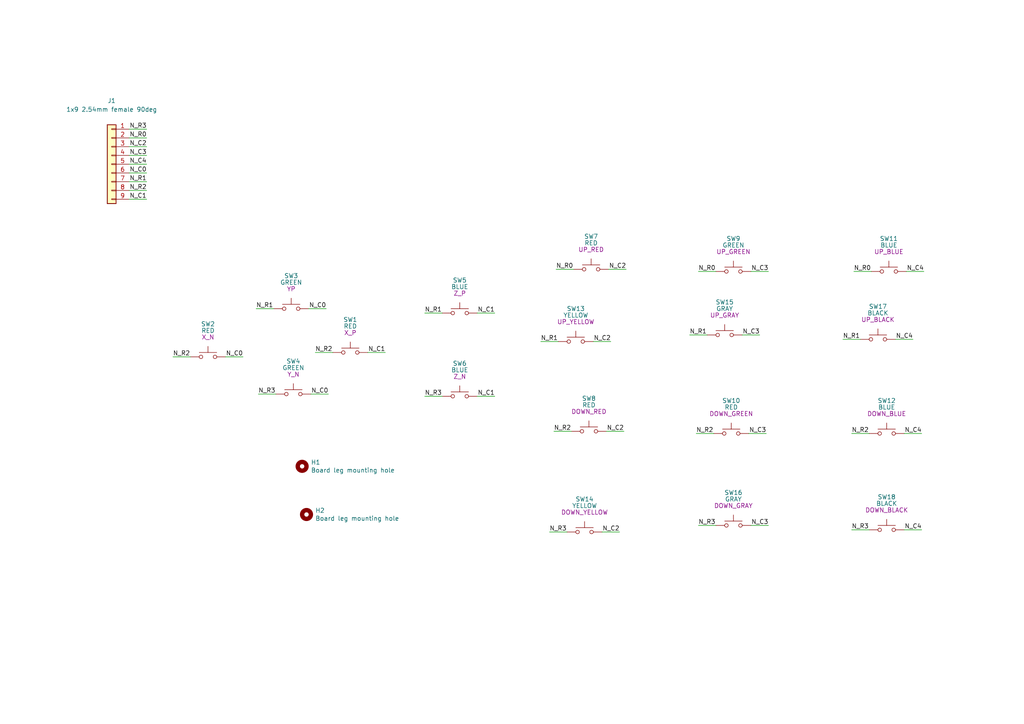
<source format=kicad_sch>
(kicad_sch (version 20211123) (generator eeschema)
  (paper "A4")
  (lib_symbols
    (symbol "Connector_Generic:Conn_01x09" (pin_names (offset 1.016) hide)
      (property "Reference" "J" (at 0 12.7 0))
      (property "Value" "Conn_01x09" (at 0 -12.7 0))
      (symbol "Conn_01x09_1_1"
        (rectangle (start -1.27 -10.033) (end 0 -10.287) (stroke (width 0.1524)))
        (rectangle (start -1.27 -7.493) (end 0 -7.747) (stroke (width 0.1524)))
        (rectangle (start -1.27 -4.953) (end 0 -5.207) (stroke (width 0.1524)))
        (rectangle (start -1.27 -2.413) (end 0 -2.667) (stroke (width 0.1524)))
        (rectangle (start -1.27 0.127) (end 0 -0.127) (stroke (width 0.1524)))
        (rectangle (start -1.27 2.667) (end 0 2.413) (stroke (width 0.1524)))
        (rectangle (start -1.27 5.207) (end 0 4.953) (stroke (width 0.1524)))
        (rectangle (start -1.27 7.747) (end 0 7.493) (stroke (width 0.1524)))
        (rectangle (start -1.27 10.287) (end 0 10.033) (stroke (width 0.1524)))
        (rectangle (start -1.27 11.43) (end 1.27 -11.43) (stroke (width 0.254)) (fill (type background)))
        (pin passive line (at -5.08 10.16 0) (length 3.81) (name "Pin_1") (number "1"))
        (pin passive line (at -5.08 7.62 0) (length 3.81) (name "Pin_2") (number "2"))
        (pin passive line (at -5.08 5.08 0) (length 3.81) (name "Pin_3") (number "3"))
        (pin passive line (at -5.08 2.54 0) (length 3.81) (name "Pin_4") (number "4"))
        (pin passive line (at -5.08 0 0) (length 3.81) (name "Pin_5") (number "5"))
        (pin passive line (at -5.08 -2.54 0) (length 3.81) (name "Pin_6") (number "6"))
        (pin passive line (at -5.08 -5.08 0) (length 3.81) (name "Pin_7") (number "7"))
        (pin passive line (at -5.08 -7.62 0) (length 3.81) (name "Pin_8") (number "8"))
        (pin passive line (at -5.08 -10.16 0) (length 3.81) (name "Pin_9") (number "9"))
      )
    )
    (symbol "Mechanical:MountingHole" (pin_names (offset 1.016))
      (property "Reference" "H" (at 0 5.08 0))
      (property "Value" "MountingHole" (at 0 3.175 0))
      (symbol "MountingHole_0_1"
        (circle (center 0 0) (radius 1.27) (stroke (width 1.27)))
      )
    )
    (symbol "Switch:SW_Push" (pin_numbers hide) (pin_names (offset 1.016) hide)
      (property "Reference" "SW" (at 1.27 2.54 0))
      (property "Value" "SW_Push" (at 0 -1.524 0))
      (symbol "SW_Push_0_1"
        (circle (center -2.032 0) (radius 0.508))
        (polyline (pts (xy 0 1.27) (xy 0 3.048)))
        (polyline (pts (xy 2.54 1.27) (xy -2.54 1.27)))
        (circle (center 2.032 0) (radius 0.508))
        (pin passive line (at -5.08 0 0) (length 2.54) (name "1") (number "1"))
        (pin passive line (at 5.08 0 180) (length 2.54) (name "2") (number "2"))
      )
    )
  )
  (wire (pts (xy 252.095 125.73) (xy 247.015 125.73)))
  (wire (pts (xy 166.37 78.105) (xy 161.29 78.105)))
  (wire (pts (xy 215.265 97.155) (xy 220.345 97.155)))
  (wire (pts (xy 172.085 99.06) (xy 177.165 99.06)))
  (wire (pts (xy 259.715 98.425) (xy 264.795 98.425)))
  (wire (pts (xy 207.01 125.73) (xy 201.93 125.73)))
  (wire (pts (xy 207.645 152.4) (xy 202.565 152.4)))
  (wire (pts (xy 80.01 114.3) (xy 74.93 114.3)))
  (wire (pts (xy 252.73 78.74) (xy 247.65 78.74)))
  (wire (pts (xy 249.555 98.425) (xy 244.475 98.425)))
  (wire (pts (xy 176.53 78.105) (xy 181.61 78.105)))
  (wire (pts (xy 205.105 97.155) (xy 200.025 97.155)))
  (wire (pts (xy 65.405 103.505) (xy 70.485 103.505)))
  (wire (pts (xy 89.535 89.535) (xy 94.615 89.535)))
  (wire (pts (xy 90.17 114.3) (xy 95.25 114.3)))
  (wire (pts (xy 165.735 125.095) (xy 160.655 125.095)))
  (wire (pts (xy 161.925 99.06) (xy 156.845 99.06)))
  (wire (pts (xy 37.465 42.545) (xy 42.545 42.545)))
  (wire (pts (xy 37.465 45.085) (xy 42.545 45.085)))
  (wire (pts (xy 37.465 37.465) (xy 42.545 37.465)))
  (wire (pts (xy 164.465 154.305) (xy 159.385 154.305)))
  (wire (pts (xy 262.255 125.73) (xy 267.335 125.73)))
  (wire (pts (xy 37.465 47.625) (xy 42.545 47.625)))
  (wire (pts (xy 217.805 152.4) (xy 222.885 152.4)))
  (wire (pts (xy 37.465 55.245) (xy 42.545 55.245)))
  (wire (pts (xy 37.465 50.165) (xy 42.545 50.165)))
  (wire (pts (xy 207.645 78.74) (xy 202.565 78.74)))
  (wire (pts (xy 37.465 52.705) (xy 42.545 52.705)))
  (wire (pts (xy 252.095 153.67) (xy 247.015 153.67)))
  (wire (pts (xy 262.89 78.74) (xy 267.97 78.74)))
  (wire (pts (xy 128.27 114.935) (xy 123.19 114.935)))
  (wire (pts (xy 138.43 114.935) (xy 143.51 114.935)))
  (wire (pts (xy 174.625 154.305) (xy 179.705 154.305)))
  (wire (pts (xy 217.805 78.74) (xy 222.885 78.74)))
  (wire (pts (xy 262.255 153.67) (xy 267.335 153.67)))
  (wire (pts (xy 175.895 125.095) (xy 180.975 125.095)))
  (wire (pts (xy 128.27 90.805) (xy 123.19 90.805)))
  (wire (pts (xy 37.465 57.785) (xy 42.545 57.785)))
  (wire (pts (xy 37.465 40.005) (xy 42.545 40.005)))
  (wire (pts (xy 106.68 102.235) (xy 111.76 102.235)))
  (wire (pts (xy 138.43 90.805) (xy 143.51 90.805)))
  (wire (pts (xy 217.17 125.73) (xy 222.25 125.73)))
  (wire (pts (xy 55.245 103.505) (xy 50.165 103.505)))
  (wire (pts (xy 79.375 89.535) (xy 74.295 89.535)))
  (wire (pts (xy 96.52 102.235) (xy 91.44 102.235)))
  (label "N_C4" (at 267.335 153.67 180))
  (label "N_R2" (at 160.655 125.095 0))
  (label "N_C0" (at 70.485 103.505 180))
  (label "N_R1" (at 156.845 99.06 0))
  (label "N_R2" (at 247.015 125.73 0))
  (label "N_R1" (at 123.19 90.805 0))
  (label "N_R3" (at 247.015 153.67 0))
  (label "N_R1" (at 42.545 52.705 180))
  (label "N_C3" (at 222.25 125.73 180))
  (label "N_R1" (at 244.475 98.425 0))
  (label "N_C4" (at 264.795 98.425 180))
  (label "N_R0" (at 247.65 78.74 0))
  (label "N_C0" (at 42.545 50.165 180))
  (label "N_R3" (at 202.565 152.4 0))
  (label "N_C4" (at 267.97 78.74 180))
  (label "N_R0" (at 202.565 78.74 0))
  (label "N_C2" (at 42.545 42.545 180))
  (label "N_R3" (at 123.19 114.935 0))
  (label "N_C2" (at 179.705 154.305 180))
  (label "N_C3" (at 220.345 97.155 180))
  (label "N_C1" (at 111.76 102.235 180))
  (label "N_R1" (at 74.295 89.535 0))
  (label "N_C0" (at 95.25 114.3 180))
  (label "N_C2" (at 180.975 125.095 180))
  (label "N_R0" (at 42.545 40.005 180))
  (label "N_C2" (at 177.165 99.06 180))
  (label "N_R0" (at 161.29 78.105 0))
  (label "N_C3" (at 222.885 152.4 180))
  (label "N_R1" (at 200.025 97.155 0))
  (label "N_C3" (at 222.885 78.74 180))
  (label "N_C1" (at 143.51 90.805 180))
  (label "N_C4" (at 42.545 47.625 180))
  (label "N_R2" (at 201.93 125.73 0))
  (label "N_R2" (at 91.44 102.235 0))
  (label "N_R3" (at 74.93 114.3 0))
  (label "N_C1" (at 42.545 57.785 180))
  (label "N_C0" (at 94.615 89.535 180))
  (label "N_C3" (at 42.545 45.085 180))
  (label "N_R2" (at 42.545 55.245 180))
  (label "N_R3" (at 42.545 37.465 180))
  (label "N_C2" (at 181.61 78.105 180))
  (label "N_R3" (at 159.385 154.305 0))
  (label "N_C4" (at 267.335 125.73 180))
  (label "N_R2" (at 50.165 103.505 0))
  (label "N_C1" (at 143.51 114.935 180))
  (symbol (lib_id "Switch:SW_Push") (at 257.175 125.73 0) (mirror y) (unit 1)
    (property "Reference" "SW12" (at 257.175 116.205 0))
    (property "Value" "BLUE" (at 257.175 118.11 0))
    (property "Footprint" "For_Rasterboard:SW_PUSH_Color_B9mm_D12mm_P5.08mm" (effects hide))
    (property "Comment" "DOWN_BLUE" (at 257.175 120.015 0))
  )
  (symbol (lib_id "Switch:SW_Push") (at 254.635 98.425 0) (mirror y) (unit 1)
    (property "Reference" "SW17" (at 254.635 88.9 0))
    (property "Value" "BLACK" (at 254.635 90.805 0))
    (property "Footprint" "For_Rasterboard:SW_PUSH_Color_B9mm_D12mm_P5.08mm" (effects hide))
    (property "Comment" "UP_BLACK" (at 254.635 92.71 0))
  )
  (symbol (lib_id "Mechanical:MountingHole") (at 87.63 135.255 0) (unit 1)
    (property "Reference" "H1" (at 90.17 134.0866 0) (effects (justify left)))
    (property "Value" "Board leg mounting hole" (at 90.17 136.398 0) (effects (justify left)))
    (property "Footprint" "MountingHole:MountingHole_3.2mm_M3" (effects hide))
  )
  (symbol (lib_id "Switch:SW_Push") (at 85.09 114.3 0) (mirror y) (unit 1)
    (property "Reference" "SW4" (at 85.09 104.775 0))
    (property "Value" "GREEN" (at 85.09 106.68 0))
    (property "Footprint" "For_Rasterboard:SW_PUSH_Color_B9mm_D12mm_P5.08mm" (effects hide))
    (property "Comment" "Y_N" (at 85.09 108.585 0))
  )
  (symbol (lib_id "Switch:SW_Push") (at 101.6 102.235 0) (mirror y) (unit 1)
    (property "Reference" "SW1" (at 101.6 92.71 0))
    (property "Value" "RED" (at 101.6 94.615 0))
    (property "Footprint" "For_Rasterboard:SW_PUSH_Color_B9mm_D12mm_P5.08mm" (effects hide))
    (property "Comment" "X_P" (at 101.6 96.52 0))
  )
  (symbol (lib_id "Switch:SW_Push") (at 133.35 114.935 0) (mirror y) (unit 1)
    (property "Reference" "SW6" (at 133.35 105.41 0))
    (property "Value" "BLUE" (at 133.35 107.315 0))
    (property "Footprint" "For_Rasterboard:SW_PUSH_Color_B9mm_D12mm_P5.08mm" (effects hide))
    (property "Comment" "Z_N" (at 133.35 109.22 0))
  )
  (symbol (lib_id "Switch:SW_Push") (at 212.725 78.74 0) (mirror y) (unit 1)
    (property "Reference" "SW9" (at 212.725 69.215 0))
    (property "Value" "GREEN" (at 212.725 71.12 0))
    (property "Footprint" "For_Rasterboard:SW_PUSH_Color_B9mm_D12mm_P5.08mm" (effects hide))
    (property "Comment" "UP_GREEN" (at 212.725 73.025 0))
  )
  (symbol (lib_id "Switch:SW_Push") (at 257.81 78.74 0) (mirror y) (unit 1)
    (property "Reference" "SW11" (at 257.81 69.215 0))
    (property "Value" "BLUE" (at 257.81 71.12 0))
    (property "Footprint" "For_Rasterboard:SW_PUSH_Color_B9mm_D12mm_P5.08mm" (effects hide))
    (property "Comment" "UP_BLUE" (at 257.81 73.025 0))
  )
  (symbol (lib_id "Switch:SW_Push") (at 170.815 125.095 0) (mirror y) (unit 1)
    (property "Reference" "SW8" (at 170.815 115.57 0))
    (property "Value" "RED" (at 170.815 117.475 0))
    (property "Footprint" "For_Rasterboard:SW_PUSH_Color_B9mm_D12mm_P5.08mm" (effects hide))
    (property "Comment" "DOWN_RED" (at 170.815 119.38 0))
  )
  (symbol (lib_id "Switch:SW_Push") (at 257.175 153.67 0) (mirror y) (unit 1)
    (property "Reference" "SW18" (at 257.175 144.145 0))
    (property "Value" "BLACK" (at 257.175 146.05 0))
    (property "Footprint" "For_Rasterboard:SW_PUSH_Color_B9mm_D12mm_P5.08mm" (effects hide))
    (property "Comment" "DOWN_BLACK" (at 257.175 147.955 0))
  )
  (symbol (lib_id "Switch:SW_Push") (at 133.35 90.805 0) (mirror y) (unit 1)
    (property "Reference" "SW5" (at 133.35 81.28 0))
    (property "Value" "BLUE" (at 133.35 83.185 0))
    (property "Footprint" "For_Rasterboard:SW_PUSH_Color_B9mm_D12mm_P5.08mm" (effects hide))
    (property "Comment" "Z_P" (at 133.35 85.09 0))
  )
  (symbol (lib_id "Switch:SW_Push") (at 60.325 103.505 0) (mirror y) (unit 1)
    (property "Reference" "SW2" (at 60.325 93.98 0))
    (property "Value" "RED" (at 60.325 95.885 0))
    (property "Footprint" "For_Rasterboard:SW_PUSH_Color_B9mm_D12mm_P5.08mm" (effects hide))
    (property "Comment" "X_N" (at 60.325 97.79 0))
  )
  (symbol (lib_id "Switch:SW_Push") (at 212.09 125.73 0) (mirror y) (unit 1)
    (property "Reference" "SW10" (at 212.09 116.205 0))
    (property "Value" "RED" (at 212.09 118.11 0))
    (property "Footprint" "For_Rasterboard:SW_PUSH_Color_B9mm_D12mm_P5.08mm" (effects hide))
    (property "Comment" "DOWN_GREEN" (at 212.09 120.015 0))
  )
  (symbol (lib_id "Switch:SW_Push") (at 84.455 89.535 0) (mirror y) (unit 1)
    (property "Reference" "SW3" (at 84.455 80.01 0))
    (property "Value" "GREEN" (at 84.455 81.915 0))
    (property "Footprint" "For_Rasterboard:SW_PUSH_Color_B9mm_D12mm_P5.08mm" (effects hide))
    (property "Comment" "YP" (at 84.455 83.82 0))
  )
  (symbol (lib_id "Switch:SW_Push") (at 169.545 154.305 0) (mirror y) (unit 1)
    (property "Reference" "SW14" (at 169.545 144.78 0))
    (property "Value" "YELLOW" (at 169.545 146.685 0))
    (property "Footprint" "For_Rasterboard:SW_PUSH_Color_B9mm_D12mm_P5.08mm" (effects hide))
    (property "Comment" "DOWN_YELLOW" (at 169.545 148.59 0))
  )
  (symbol (lib_id "Switch:SW_Push") (at 167.005 99.06 0) (mirror y) (unit 1)
    (property "Reference" "SW13" (at 167.005 89.535 0))
    (property "Value" "YELLOW" (at 167.005 91.44 0))
    (property "Footprint" "For_Rasterboard:SW_PUSH_Color_B9mm_D12mm_P5.08mm" (effects hide))
    (property "Comment" "UP_YELLOW" (at 167.005 93.345 0))
  )
  (symbol (lib_id "Switch:SW_Push") (at 212.725 152.4 0) (mirror y) (unit 1)
    (property "Reference" "SW16" (at 212.725 142.875 0))
    (property "Value" "GRAY" (at 212.725 144.78 0))
    (property "Footprint" "For_Rasterboard:SW_PUSH_Color_B9mm_D12mm_P5.08mm" (effects hide))
    (property "Comment" "DOWN_GRAY" (at 212.725 146.685 0))
  )
  (symbol (lib_id "Connector_Generic:Conn_01x09") (at 32.385 47.625 0) (mirror y) (unit 1)
    (property "Reference" "J1" (at 32.385 29.21 0))
    (property "Value" "1x9 2.54mm female 90deg" (at 32.385 31.75 0))
    (property "Footprint" "Connector_PinSocket_2.54mm:PinSocket_1x09_P2.54mm_Horizontal" (effects hide))
  )
  (symbol (lib_id "Switch:SW_Push") (at 171.45 78.105 0) (mirror y) (unit 1)
    (property "Reference" "SW7" (at 171.45 68.58 0))
    (property "Value" "RED" (at 171.45 70.485 0))
    (property "Footprint" "For_Rasterboard:SW_PUSH_Color_B9mm_D12mm_P5.08mm" (effects hide))
    (property "Comment" "UP_RED" (at 171.45 72.39 0))
  )
  (symbol (lib_id "Switch:SW_Push") (at 210.185 97.155 0) (mirror y) (unit 1)
    (property "Reference" "SW15" (at 210.185 87.63 0))
    (property "Value" "GRAY" (at 210.185 89.535 0))
    (property "Footprint" "For_Rasterboard:SW_PUSH_Color_B9mm_D12mm_P5.08mm" (effects hide))
    (property "Comment" "UP_GRAY" (at 210.185 91.44 0))
  )
  (symbol (lib_id "Mechanical:MountingHole") (at 88.9 149.225 0) (unit 1)
    (property "Reference" "H2" (at 91.44 148.0566 0) (effects (justify left)))
    (property "Value" "Board leg mounting hole" (at 91.44 150.368 0) (effects (justify left)))
    (property "Footprint" "MountingHole:MountingHole_3.2mm_M3" (effects hide))
  )
)
</source>
